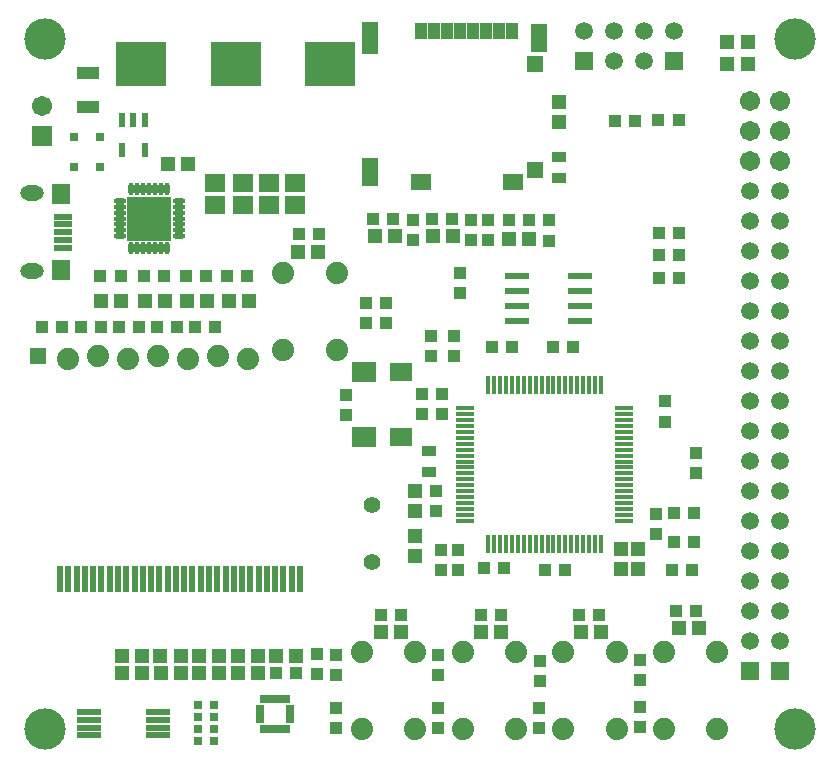
<source format=gbr>
%TF.GenerationSoftware,Novarm,DipTrace,3.2.0.1*%
%TF.CreationDate,2018-06-05T21:33:41-08:00*%
%FSLAX26Y26*%
%MOIN*%
%TF.FileFunction,Soldermask,Top*%
%TF.Part,Single*%
%AMOUTLINE0*
4,1,4,
-0.035433,0.019685,
-0.035433,-0.019685,
0.035433,-0.019685,
0.035433,0.019685,
-0.035433,0.019685,
0*%
%AMOUTLINE1*
4,1,4,
0.026163,0.026163,
0.026205,-0.026121,
-0.026121,-0.026205,
-0.026163,0.026163,
0.026163,0.026163,
0*%
%AMOUTLINE2*
4,1,4,
-0.023622,0.015748,
-0.023622,-0.015748,
0.023622,-0.015748,
0.023622,0.015748,
-0.023622,0.015748,
0*%
%AMOUTLINE3*
4,1,4,
-0.010827,-0.023622,
0.010827,-0.023622,
0.010827,0.023622,
-0.010827,0.023622,
-0.010827,-0.023622,
0*%
%ADD26R,0.03937X0.043307*%
%ADD27R,0.043307X0.03937*%
%ADD33R,0.059055X0.059055*%
%ADD34C,0.059055*%
%ADD45C,0.074*%
%ADD49R,0.062992X0.011811*%
%ADD50R,0.011811X0.062992*%
%ADD60R,0.05937X0.05937*%
%ADD61C,0.05937*%
%ADD62R,0.07874X0.023622*%
%ADD64R,0.074803X0.059055*%
%ADD68C,0.137795*%
%ADD76C,0.056*%
%ADD78R,0.082803X0.067055*%
%ADD86R,0.027685X0.019811*%
%ADD88R,0.019811X0.027685*%
%ADD90R,0.078866X0.023748*%
%ADD92R,0.023748X0.08674*%
%ADD94R,0.145795X0.145795*%
%ADD96O,0.019811X0.041465*%
%ADD98O,0.041465X0.019811*%
%ADD106R,0.053669X0.057213*%
%ADD108R,0.053669X0.055244*%
%ADD110R,0.067055X0.053276*%
%ADD112R,0.053276X0.094614*%
%ADD114R,0.053276X0.106425*%
%ADD116R,0.039496X0.056819*%
%ADD118O,0.078866X0.051307*%
%ADD120R,0.063118X0.070992*%
%ADD122R,0.06115X0.023748*%
%ADD124C,0.067055*%
%ADD126R,0.067055X0.067055*%
%ADD128R,0.031622X0.031622*%
%ADD130R,0.067055X0.059181*%
%ADD132R,0.051307X0.04737*%
%ADD134R,0.04737X0.051307*%
%ADD136R,0.16548X0.149732*%
%ADD142OUTLINE0*%
%ADD143OUTLINE1*%
%ADD144OUTLINE2*%
%ADD145OUTLINE3*%
G75*
G01*
%LPD*%
D136*
X1443702Y2709324D3*
X1128742D3*
X813781D3*
D26*
X1796824Y1287450D3*
Y1220521D3*
X1749809Y1543843D3*
Y1610772D3*
X1497617Y1541625D3*
Y1608554D3*
D134*
X1728075Y1221827D3*
Y1288756D3*
D26*
X1815427Y1543843D3*
Y1610772D3*
D134*
X1728075Y1137450D3*
Y1070521D3*
D27*
X2050125Y1768832D3*
X1983196D3*
X1956365Y1031257D3*
X2023294D3*
D26*
X2531200Y1143698D3*
Y1210628D3*
D27*
X2227883Y1025149D3*
X2160954D3*
D26*
X2559326Y1518701D3*
Y1585630D3*
D130*
X1059256Y2315448D3*
Y2240645D3*
D27*
X2187263Y1765693D3*
X2254192D3*
D130*
X1152996Y2315448D3*
Y2240645D3*
X1240487Y2315448D3*
Y2240645D3*
X1327978Y2315448D3*
Y2240645D3*
D132*
X749316Y737225D3*
X816246D3*
X878080D3*
X945009D3*
X1135607D3*
X1202536D3*
X1264370D3*
X1331299D3*
D134*
X2206011Y2515616D3*
Y2582545D3*
D132*
X816625Y680526D3*
X749696D3*
D26*
X1399950Y676772D3*
Y743701D3*
D27*
X1331299Y680969D3*
X1264370D3*
D26*
X1877166Y2014666D3*
Y1947736D3*
D132*
X1135692Y681201D3*
X1202621D3*
X1007110D3*
X1074040D3*
D128*
X676013Y2468746D3*
X589399D3*
X676013Y2368756D3*
X589399D3*
D142*
X637425Y2568735D3*
Y2678971D3*
D126*
X484316Y2471870D3*
D124*
Y2571870D3*
D122*
X554235Y2201133D3*
Y2175542D3*
Y2149952D3*
Y2124361D3*
Y2098771D3*
D120*
X545377Y2275936D3*
Y2023967D3*
D118*
X448999Y2279873D3*
Y2020030D3*
D116*
X1745110Y2820899D3*
X1788418D3*
X1831725D3*
X1875032D3*
X1918339D3*
X1961646D3*
X2004953D3*
X2048260D3*
D114*
X1578181Y2796109D3*
D112*
Y2350046D3*
D110*
X1747473Y2318550D3*
X2053772D3*
D108*
X2125032Y2357132D3*
D106*
Y2711462D3*
D112*
X2140780Y2796109D3*
D143*
X468701Y1737450D3*
D45*
X568701Y1727450D3*
X668701Y1737450D3*
X768701Y1727450D3*
X868701Y1737450D3*
X968701Y1727450D3*
X1068701Y1737450D3*
X1168701Y1727450D3*
D33*
X2843701Y687450D3*
D34*
Y787450D3*
Y887450D3*
Y987450D3*
Y1087450D3*
Y1187450D3*
Y1287450D3*
Y1387450D3*
Y1487450D3*
Y1587450D3*
Y1687450D3*
Y1787450D3*
Y1887450D3*
Y1987450D3*
Y2087450D3*
Y2187450D3*
Y2287450D3*
D124*
Y2387450D3*
Y2487450D3*
Y2587450D3*
D33*
X2943701Y687450D3*
D34*
Y787450D3*
Y887450D3*
Y987450D3*
Y1087450D3*
Y1187450D3*
Y1287450D3*
Y1387450D3*
Y1487450D3*
Y1587450D3*
Y1687450D3*
Y1787450D3*
Y1887450D3*
Y1987450D3*
Y2087450D3*
Y2187450D3*
Y2287450D3*
D124*
Y2387450D3*
Y2487450D3*
Y2587450D3*
D144*
X1771974Y1350042D3*
Y1420908D3*
X2206011Y2331260D3*
Y2402126D3*
D132*
X1337709Y2083452D3*
X1404638D3*
X824906Y1921928D3*
X891835D3*
X681171D3*
X748100D3*
X1106126D3*
X1173055D3*
X965516D3*
X1032445D3*
X2605709Y831201D3*
X2672638D3*
X2278625Y818701D3*
X2345554D3*
X1945293D3*
X2012222D3*
X1611960D3*
X1678889D3*
X1787112Y2137624D3*
X1854041D3*
X1593341D3*
X1660271D3*
X2040267Y2128247D3*
X2107196D3*
X2768208Y2709334D3*
X2835137D3*
X2768208Y2784334D3*
X2835137D3*
D26*
X1781355Y1735958D3*
Y1802887D3*
X1856355Y1737582D3*
Y1804511D3*
X1631201Y1912452D3*
Y1845523D3*
D27*
X1339378Y2143874D3*
X1406307D3*
X678576Y1834437D3*
X611647D3*
X866307D3*
X933236D3*
X993638D3*
X1060567D3*
X805907D3*
X738978D3*
X484316D3*
X551246D3*
D26*
X1968866Y2125122D3*
Y2192051D3*
D134*
X2468483Y1094076D3*
Y1027147D3*
D27*
X821781Y2003170D3*
X888710D3*
X678046D3*
X744975D3*
D132*
X903929Y2375912D3*
X970858D3*
D27*
X1099877Y2003170D3*
X1166806D3*
D134*
X2412239Y1093890D3*
Y1026961D3*
D26*
X1562452Y1912452D3*
Y1845523D3*
D27*
X962391Y2003170D3*
X1029320D3*
X2662452Y887449D3*
X2595523D3*
X2339488Y874949D3*
X2272559D3*
X2012450Y874950D3*
X1945521D3*
X1681066Y874949D3*
X1614137D3*
D26*
X1912442Y2124950D3*
Y2191879D3*
D27*
X1783012Y2193701D3*
X1849941D3*
D26*
X1718692Y2124950D3*
Y2191879D3*
D27*
X1587440Y2193701D3*
X1654369D3*
D26*
X2172016Y2121996D3*
Y2188925D3*
D27*
X2040752Y2190753D3*
X2107681D3*
D26*
X1464774Y739696D3*
Y672767D3*
Y562466D3*
Y495537D3*
D132*
X1073772Y737225D3*
X1006843D3*
D26*
X1802310Y739696D3*
Y672767D3*
Y562466D3*
Y495537D3*
X2141673Y720944D3*
Y654015D3*
X2139845Y562466D3*
Y495537D3*
X2475170Y724983D3*
Y658054D3*
Y568717D3*
Y501788D3*
X1871067Y1089463D3*
Y1022534D3*
X1814811Y1089463D3*
Y1022534D3*
D27*
X2590578Y1212450D3*
X2657507D3*
X2590579Y1118704D3*
X2657508D3*
X2584328Y1024958D3*
X2651257D3*
X2540576Y2146824D3*
X2607505D3*
X2540578Y2074952D3*
X2607507D3*
X2540814Y1996987D3*
X2607743D3*
X2538133Y2522772D3*
X2605062D3*
D26*
X2662689Y1412547D3*
Y1345618D3*
D27*
X2393701Y2521826D3*
X2460630D3*
D132*
X878530Y681201D3*
X945460D3*
D45*
X1287450Y1756201D3*
Y2012201D3*
X1465450Y1756201D3*
Y2012201D3*
X1549950Y493701D3*
Y749701D3*
X1727950Y493701D3*
Y749701D3*
X1885368Y493701D3*
Y749701D3*
X2063368Y493701D3*
Y749701D3*
X2220784Y493701D3*
Y749701D3*
X2398784Y493701D3*
Y749701D3*
X2556201Y493701D3*
Y749701D3*
X2734201Y493701D3*
Y749701D3*
D49*
X1894685Y1562450D3*
Y1542765D3*
Y1523080D3*
Y1503395D3*
Y1483710D3*
Y1464025D3*
Y1444340D3*
Y1424655D3*
Y1404970D3*
Y1385285D3*
Y1365600D3*
Y1345915D3*
Y1326230D3*
Y1306545D3*
Y1286860D3*
Y1267175D3*
Y1247490D3*
Y1227805D3*
Y1208120D3*
Y1188435D3*
D50*
X1971457Y1111663D3*
X1991142D3*
X2010827D3*
X2030512D3*
X2050197D3*
X2069882D3*
X2089567D3*
X2109252D3*
X2128937D3*
X2148622D3*
X2168307D3*
X2187992D3*
X2207677D3*
X2227362D3*
X2247047D3*
X2266732D3*
X2286418D3*
X2306103D3*
X2325788D3*
X2345473D3*
D49*
X2422244Y1188435D3*
Y1208120D3*
Y1227805D3*
Y1247490D3*
Y1267175D3*
Y1286860D3*
Y1306545D3*
Y1326230D3*
Y1345915D3*
Y1365600D3*
Y1385285D3*
Y1404970D3*
Y1424655D3*
Y1444340D3*
Y1464025D3*
Y1483710D3*
Y1503395D3*
Y1523080D3*
Y1542765D3*
Y1562450D3*
D50*
X2345473Y1639222D3*
X2325788D3*
X2306103D3*
X2286418D3*
X2266732D3*
X2247047D3*
X2227362D3*
X2207677D3*
X2187992D3*
X2168307D3*
X2148622D3*
X2128937D3*
X2109252D3*
X2089567D3*
X2069882D3*
X2050197D3*
X2030512D3*
X2010827D3*
X1991142D3*
X1971457D3*
D145*
X824952Y2524949D3*
X787550D3*
X750149D3*
Y2422579D3*
X824952D3*
D98*
X741831Y2254307D3*
Y2234622D3*
Y2214937D3*
Y2195252D3*
Y2175567D3*
Y2155882D3*
Y2136197D3*
D96*
X781201Y2096827D3*
X800886D3*
X820571D3*
X840256D3*
X859941D3*
X879626D3*
X899311D3*
D98*
X938681Y2136197D3*
Y2155882D3*
Y2175567D3*
Y2195252D3*
Y2214937D3*
Y2234622D3*
Y2254307D3*
D96*
X899311Y2293677D3*
X879626D3*
X859941D3*
X840256D3*
X820571D3*
X800886D3*
X781201D3*
D94*
X840256Y2195252D3*
D92*
X543701Y993701D3*
X571260D3*
X598819D3*
X626378D3*
X653937D3*
X681496D3*
X709055D3*
X736614D3*
X764173D3*
X791732D3*
X819292D3*
X846851D3*
X874410D3*
X901969D3*
X929528D3*
X957087D3*
X984646D3*
X1012205D3*
X1039764D3*
X1067323D3*
X1094882D3*
X1122441D3*
X1150000D3*
X1177559D3*
X1205118D3*
X1232677D3*
X1260236D3*
X1287795D3*
X1315355D3*
X1342914D3*
D90*
X640576Y549950D3*
Y524360D3*
Y498769D3*
Y473179D3*
X868923D3*
Y498769D3*
Y524360D3*
Y549950D3*
D88*
X1299950Y593701D3*
X1280265D3*
X1260580D3*
X1240895D3*
X1221210D3*
D86*
X1211368Y564173D3*
Y544488D3*
Y524803D3*
D88*
X1240895Y495276D3*
X1260580D3*
X1280265D3*
X1299950D3*
D86*
X1309793Y524803D3*
Y544488D3*
Y564173D3*
D88*
X1221210Y495276D3*
D60*
X2590576Y2721822D3*
D61*
Y2821822D3*
X2490576Y2721822D3*
Y2821822D3*
X2390576Y2721822D3*
Y2821822D3*
D60*
X2290576Y2721822D3*
D61*
Y2821822D3*
D62*
X2065576Y2003076D3*
Y1953076D3*
Y1903076D3*
Y1853076D3*
X2278175D3*
Y1903076D3*
Y1953076D3*
Y2003076D3*
D128*
X1002314Y453078D3*
X1057432D3*
Y492841D3*
X1002314D3*
Y532605D3*
X1057432D3*
Y572369D3*
X1002314D3*
D64*
X1681066Y1465726D3*
Y1682261D3*
D78*
X1555082D3*
Y1465726D3*
D76*
X1584326Y1049954D3*
Y1239954D3*
D68*
X493701Y493701D3*
X2993701D3*
Y2793701D3*
X493701D3*
M02*

</source>
